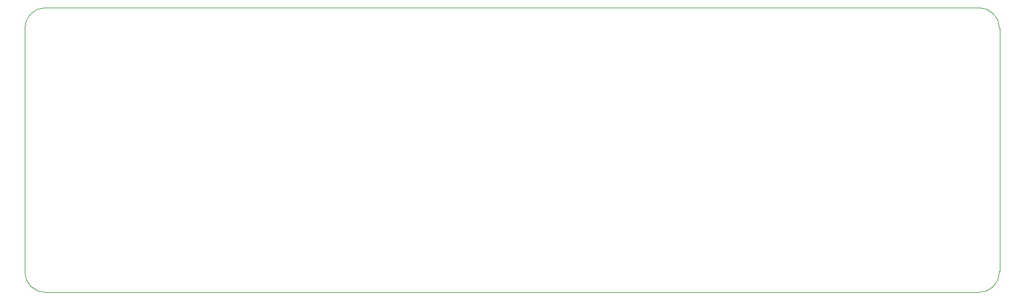
<source format=gbr>
%TF.GenerationSoftware,KiCad,Pcbnew,7.0.8*%
%TF.CreationDate,2023-10-16T07:21:23+01:00*%
%TF.ProjectId,SYNTH_PWR_MKII,53594e54-485f-4505-9752-5f4d4b49492e,1.0*%
%TF.SameCoordinates,Original*%
%TF.FileFunction,Profile,NP*%
%FSLAX46Y46*%
G04 Gerber Fmt 4.6, Leading zero omitted, Abs format (unit mm)*
G04 Created by KiCad (PCBNEW 7.0.8) date 2023-10-16 07:21:23*
%MOMM*%
%LPD*%
G01*
G04 APERTURE LIST*
%TA.AperFunction,Profile*%
%ADD10C,0.100000*%
%TD*%
G04 APERTURE END LIST*
D10*
X232000000Y-92000000D02*
X98000000Y-92000000D01*
X235000000Y-95000000D02*
G75*
G03*
X232000000Y-92000000I-3000000J0D01*
G01*
X94999999Y-130000001D02*
G75*
G03*
X97999999Y-133000001I3000001J1D01*
G01*
X235000000Y-95000000D02*
X235000000Y-130000000D01*
X232000000Y-133000000D02*
G75*
G03*
X235000000Y-130000000I0J3000000D01*
G01*
X97999999Y-133000001D02*
X232000000Y-133000000D01*
X97999999Y-91999999D02*
G75*
G03*
X94999999Y-94999999I1J-3000001D01*
G01*
X95000000Y-130000000D02*
X95000000Y-95000000D01*
M02*

</source>
